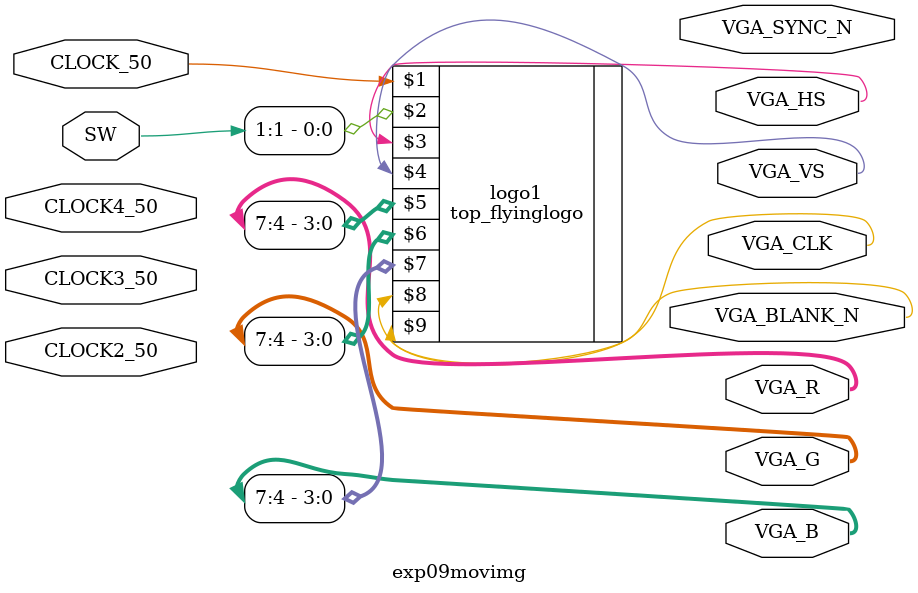
<source format=v>


module exp09movimg(

	//////////// CLOCK //////////
	input 		          		CLOCK2_50,
	input 		          		CLOCK3_50,
	input 		          		CLOCK4_50,
	input 		          		CLOCK_50,

	//////////// SW //////////
	input 		     [9:0]		SW,

	//////////// VGA //////////
	output		          		VGA_BLANK_N,
	output		     [7:0]		VGA_B,
	output		          		VGA_CLK,
	output		     [7:0]		VGA_G,
	output		          		VGA_HS,
	output		     [7:0]		VGA_R,
	output		          		VGA_SYNC_N,
	output		          		VGA_VS
);



//=======================================================
//  REG/WIRE declarations
//=======================================================




//=======================================================
//  Structural coding
//=======================================================

//clkgen #(25000000) my_vgaclk(CLOCK_50,SW[0],1'b1,VGA_CLK);
//top_flyinglogo(clk, rst, hsync, vsync, vga_r, vga_g, vga_b);
top_flyinglogo logo1(CLOCK_50, SW[1], VGA_HS, VGA_VS, VGA_R[7:4], VGA_G[7:4], VGA_B[7:4], VGA_CLK, VGA_BLANK_N);


endmodule

</source>
